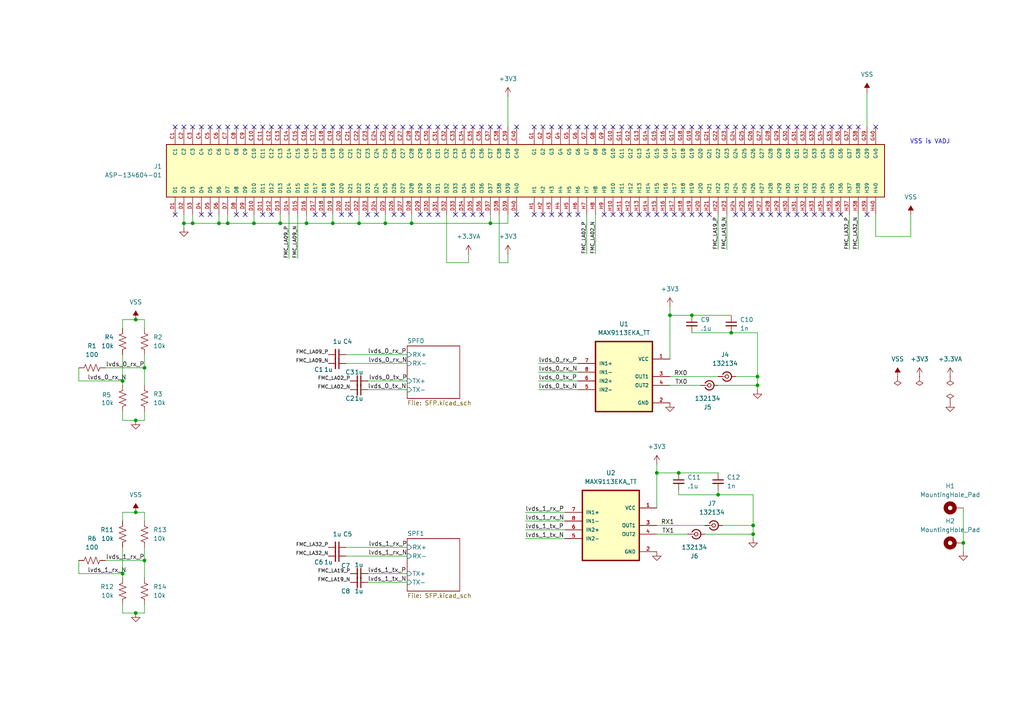
<source format=kicad_sch>
(kicad_sch (version 20231120) (generator "eeschema") (generator_version "8.0")
  (paper "A4")
  (lib_symbols
    (symbol "Connector:Conn_Coaxial_Small" (pin_numbers hide) (pin_names (offset 1.016) hide)
      (property "Reference" "J" (at 0.254 3.048 0))
      (property "Value" "Conn_Coaxial_Small" (at 0 -3.81 0))
      (symbol "Conn_Coaxial_Small_0_1"
        (polyline (pts (xy -2.54 0) (xy -0.508 0)))
        (circle (center 0 0) (radius 0.508) (stroke (width 0.2032)))
      )
      (symbol "Conn_Coaxial_Small_1_1"
        (arc (start -1.1916 -0.6311) (mid 0.327 -1.3081) (end 1.3484 0.0039) (stroke (width 0.3048)))
        (arc (start 1.3484 -0.0039) (mid 0.327 1.3081) (end -1.1916 0.6311) (stroke (width 0.3048)))
        (pin passive line (at -2.54 0 0) (length 1.27) (name "In") (number "1"))
        (pin passive line (at 2.54 0 180) (length 1.27) (name "Ext") (number "2"))
      )
    )
    (symbol "Device:C_Small" (pin_numbers hide) (pin_names (offset 0.254) hide)
      (property "Reference" "C" (at 0.254 1.778 0))
      (property "Value" "C_Small" (at 0.254 -2.032 0))
      (symbol "C_Small_0_1"
        (polyline (pts (xy -1.524 -0.508) (xy 1.524 -0.508)) (stroke (width 0.3302)))
        (polyline (pts (xy -1.524 0.508) (xy 1.524 0.508)) (stroke (width 0.3048)))
      )
      (symbol "C_Small_1_1"
        (pin passive line (at 0 2.54 270) (length 2.032) (name "~") (number "1"))
        (pin passive line (at 0 -2.54 90) (length 2.032) (name "~") (number "2"))
      )
    )
    (symbol "Device:R_US" (pin_numbers hide) (pin_names (offset 0))
      (property "Reference" "R" (at 2.54 0 90))
      (property "Value" "R_US" (at -2.54 0 90))
      (symbol "R_US_0_1"
        (polyline (pts (xy 0 -2.286) (xy 0 -2.54)))
        (polyline (pts (xy 0 2.286) (xy 0 2.54)))
        (polyline (pts (xy 0 -0.762) (xy 1.016 -1.143) (xy 0 -1.524) (xy -1.016 -1.905) (xy 0 -2.286)))
        (polyline (pts (xy 0 0.762) (xy 1.016 0.381) (xy 0 0) (xy -1.016 -0.381) (xy 0 -0.762)))
        (polyline (pts (xy 0 2.286) (xy 1.016 1.905) (xy 0 1.524) (xy -1.016 1.143) (xy 0 0.762)))
      )
      (symbol "R_US_1_1"
        (pin passive line (at 0 3.81 270) (length 1.27) (name "~") (number "1"))
        (pin passive line (at 0 -3.81 90) (length 1.27) (name "~") (number "2"))
      )
    )
    (symbol "Mechanical:MountingHole_Pad" (pin_numbers hide) (pin_names (offset 1.016) hide) (exclude_from_sim yes) (in_bom no)
      (property "Reference" "H" (at 0 6.35 0))
      (property "Value" "MountingHole_Pad" (at 0 4.445 0))
      (symbol "MountingHole_Pad_0_1"
        (circle (center 0 1.27) (radius 1.27) (stroke (width 1.27)))
      )
      (symbol "MountingHole_Pad_1_1"
        (pin input line (at 0 -2.54 90) (length 2.54) (name "1") (number "1"))
      )
    )
    (symbol "power:+3.3VA" (power) (pin_numbers hide) (pin_names (offset 0) hide)
      (property "Value" "+3.3VA" (at 0 3.556 0))
      (symbol "+3.3VA_0_1"
        (polyline (pts (xy -0.762 1.27) (xy 0 2.54)))
        (polyline (pts (xy 0 0) (xy 0 2.54)))
        (polyline (pts (xy 0 2.54) (xy 0.762 1.27)))
      )
      (symbol "+3.3VA_1_1"
        (pin power_in line (at 0 0 90) (length 0) (name "~") (number "1"))
      )
    )
    (symbol "power:+3V3" (power) (pin_numbers hide) (pin_names (offset 0) hide)
      (property "Value" "+3V3" (at 0 3.556 0))
      (symbol "+3V3_0_1"
        (polyline (pts (xy -0.762 1.27) (xy 0 2.54)))
        (polyline (pts (xy 0 0) (xy 0 2.54)))
        (polyline (pts (xy 0 2.54) (xy 0.762 1.27)))
      )
      (symbol "+3V3_1_1"
        (pin power_in line (at 0 0 90) (length 0) (name "~") (number "1"))
      )
    )
    (symbol "power:GND" (power) (pin_numbers hide) (pin_names (offset 0) hide)
      (property "Value" "GND" (at 0 -3.81 0))
      (symbol "GND_0_1"
        (polyline (pts (xy 0 0) (xy 0 -1.27) (xy 1.27 -1.27) (xy 0 -2.54) (xy -1.27 -1.27) (xy 0 -1.27)))
      )
      (symbol "GND_1_1"
        (pin power_in line (at 0 0 270) (length 0) (name "~") (number "1"))
      )
    )
    (symbol "power:PWR_FLAG" (power) (pin_numbers hide) (pin_names (offset 0) hide)
      (property "Value" "PWR_FLAG" (at 0 3.81 0))
      (symbol "PWR_FLAG_0_0"
        (pin power_out line (at 0 0 90) (length 0) (name "~") (number "1"))
      )
      (symbol "PWR_FLAG_0_1"
        (polyline (pts (xy 0 0) (xy 0 1.27) (xy -1.016 1.905) (xy 0 2.54) (xy 1.016 1.905) (xy 0 1.27)))
      )
    )
    (symbol "power:VSS" (power) (pin_numbers hide) (pin_names (offset 0) hide)
      (property "Value" "VSS" (at 0 3.556 0))
      (symbol "VSS_0_1"
        (polyline (pts (xy 0 0) (xy 0 2.54)))
        (polyline (pts (xy 0.762 1.27) (xy -0.762 1.27) (xy 0 2.54) (xy 0.762 1.27)) (fill (type outline)))
      )
      (symbol "VSS_1_1"
        (pin power_in line (at 0 0 90) (length 0) (name "~") (number "1"))
      )
    )
    (symbol "project:ASP-134604-01" (pin_names (offset 1.016))
      (property "Reference" "J" (at -7.6319 104.939 0))
      (property "Value" "ASP-134604-01" (at -7.6295 -106.813 0))
      (symbol "ASP-134604-01_0_0"
        (rectangle (start -7.62 -104.14) (end 7.62 104.14) (stroke (width 0.254)) (fill (type background)))
        (pin passive line (at 12.7 101.6 180) (length 5.08) (name "C1") (number "C1"))
        (pin passive line (at 12.7 78.74 180) (length 5.08) (name "C10") (number "C10"))
        (pin passive line (at 12.7 76.2 180) (length 5.08) (name "C11") (number "C11"))
        (pin passive line (at 12.7 73.66 180) (length 5.08) (name "C12") (number "C12"))
        (pin passive line (at 12.7 71.12 180) (length 5.08) (name "C13") (number "C13"))
        (pin passive line (at 12.7 68.58 180) (length 5.08) (name "C14") (number "C14"))
        (pin passive line (at 12.7 66.04 180) (length 5.08) (name "C15") (number "C15"))
        (pin passive line (at 12.7 63.5 180) (length 5.08) (name "C16") (number "C16"))
        (pin passive line (at 12.7 60.96 180) (length 5.08) (name "C17") (number "C17"))
        (pin passive line (at 12.7 58.42 180) (length 5.08) (name "C18") (number "C18"))
        (pin passive line (at 12.7 55.88 180) (length 5.08) (name "C19") (number "C19"))
        (pin passive line (at 12.7 99.06 180) (length 5.08) (name "C2") (number "C2"))
        (pin passive line (at 12.7 53.34 180) (length 5.08) (name "C20") (number "C20"))
        (pin passive line (at 12.7 50.8 180) (length 5.08) (name "C21") (number "C21"))
        (pin passive line (at 12.7 48.26 180) (length 5.08) (name "C22") (number "C22"))
        (pin passive line (at 12.7 45.72 180) (length 5.08) (name "C23") (number "C23"))
        (pin passive line (at 12.7 43.18 180) (length 5.08) (name "C24") (number "C24"))
        (pin passive line (at 12.7 40.64 180) (length 5.08) (name "C25") (number "C25"))
        (pin passive line (at 12.7 38.1 180) (length 5.08) (name "C26") (number "C26"))
        (pin passive line (at 12.7 35.56 180) (length 5.08) (name "C27") (number "C27"))
        (pin passive line (at 12.7 33.02 180) (length 5.08) (name "C28") (number "C28"))
        (pin passive line (at 12.7 30.48 180) (length 5.08) (name "C29") (number "C29"))
        (pin passive line (at 12.7 96.52 180) (length 5.08) (name "C3") (number "C3"))
        (pin passive line (at 12.7 27.94 180) (length 5.08) (name "C30") (number "C30"))
        (pin passive line (at 12.7 25.4 180) (length 5.08) (name "C31") (number "C31"))
        (pin passive line (at 12.7 22.86 180) (length 5.08) (name "C32") (number "C32"))
        (pin passive line (at 12.7 20.32 180) (length 5.08) (name "C33") (number "C33"))
        (pin passive line (at 12.7 17.78 180) (length 5.08) (name "C34") (number "C34"))
        (pin passive line (at 12.7 15.24 180) (length 5.08) (name "C35") (number "C35"))
        (pin passive line (at 12.7 12.7 180) (length 5.08) (name "C36") (number "C36"))
        (pin passive line (at 12.7 10.16 180) (length 5.08) (name "C37") (number "C37"))
        (pin passive line (at 12.7 7.62 180) (length 5.08) (name "C38") (number "C38"))
        (pin passive line (at 12.7 5.08 180) (length 5.08) (name "C39") (number "C39"))
        (pin passive line (at 12.7 93.98 180) (length 5.08) (name "C4") (number "C4"))
        (pin passive line (at 12.7 2.54 180) (length 5.08) (name "C40") (number "C40"))
        (pin passive line (at 12.7 91.44 180) (length 5.08) (name "C5") (number "C5"))
        (pin passive line (at 12.7 88.9 180) (length 5.08) (name "C6") (number "C6"))
        (pin passive line (at 12.7 86.36 180) (length 5.08) (name "C7") (number "C7"))
        (pin passive line (at 12.7 83.82 180) (length 5.08) (name "C8") (number "C8"))
        (pin passive line (at 12.7 81.28 180) (length 5.08) (name "C9") (number "C9"))
        (pin passive line (at -12.7 101.6 0) (length 5.08) (name "D1") (number "D1"))
        (pin passive line (at -12.7 78.74 0) (length 5.08) (name "D10") (number "D10"))
        (pin passive line (at -12.7 76.2 0) (length 5.08) (name "D11") (number "D11"))
        (pin passive line (at -12.7 73.66 0) (length 5.08) (name "D12") (number "D12"))
        (pin passive line (at -12.7 71.12 0) (length 5.08) (name "D13") (number "D13"))
        (pin passive line (at -12.7 68.58 0) (length 5.08) (name "D14") (number "D14"))
        (pin passive line (at -12.7 66.04 0) (length 5.08) (name "D15") (number "D15"))
        (pin passive line (at -12.7 63.5 0) (length 5.08) (name "D16") (number "D16"))
        (pin passive line (at -12.7 60.96 0) (length 5.08) (name "D17") (number "D17"))
        (pin passive line (at -12.7 58.42 0) (length 5.08) (name "D18") (number "D18"))
        (pin passive line (at -12.7 55.88 0) (length 5.08) (name "D19") (number "D19"))
        (pin passive line (at -12.7 99.06 0) (length 5.08) (name "D2") (number "D2"))
        (pin passive line (at -12.7 53.34 0) (length 5.08) (name "D20") (number "D20"))
        (pin passive line (at -12.7 50.8 0) (length 5.08) (name "D21") (number "D21"))
        (pin passive line (at -12.7 48.26 0) (length 5.08) (name "D22") (number "D22"))
        (pin passive line (at -12.7 45.72 0) (length 5.08) (name "D23") (number "D23"))
        (pin passive line (at -12.7 43.18 0) (length 5.08) (name "D24") (number "D24"))
        (pin passive line (at -12.7 40.64 0) (length 5.08) (name "D25") (number "D25"))
        (pin passive line (at -12.7 38.1 0) (length 5.08) (name "D26") (number "D26"))
        (pin passive line (at -12.7 35.56 0) (length 5.08) (name "D27") (number "D27"))
        (pin passive line (at -12.7 33.02 0) (length 5.08) (name "D28") (number "D28"))
        (pin passive line (at -12.7 30.48 0) (length 5.08) (name "D29") (number "D29"))
        (pin passive line (at -12.7 96.52 0) (length 5.08) (name "D3") (number "D3"))
        (pin passive line (at -12.7 27.94 0) (length 5.08) (name "D30") (number "D30"))
        (pin passive line (at -12.7 25.4 0) (length 5.08) (name "D31") (number "D31"))
        (pin passive line (at -12.7 22.86 0) (length 5.08) (name "D32") (number "D32"))
        (pin passive line (at -12.7 20.32 0) (length 5.08) (name "D33") (number "D33"))
        (pin passive line (at -12.7 17.78 0) (length 5.08) (name "D34") (number "D34"))
        (pin passive line (at -12.7 15.24 0) (length 5.08) (name "D35") (number "D35"))
        (pin passive line (at -12.7 12.7 0) (length 5.08) (name "D36") (number "D36"))
        (pin passive line (at -12.7 10.16 0) (length 5.08) (name "D37") (number "D37"))
        (pin passive line (at -12.7 7.62 0) (length 5.08) (name "D38") (number "D38"))
        (pin passive line (at -12.7 5.08 0) (length 5.08) (name "D39") (number "D39"))
        (pin passive line (at -12.7 93.98 0) (length 5.08) (name "D4") (number "D4"))
        (pin passive line (at -12.7 2.54 0) (length 5.08) (name "D40") (number "D40"))
        (pin passive line (at -12.7 91.44 0) (length 5.08) (name "D5") (number "D5"))
        (pin passive line (at -12.7 88.9 0) (length 5.08) (name "D6") (number "D6"))
        (pin passive line (at -12.7 86.36 0) (length 5.08) (name "D7") (number "D7"))
        (pin passive line (at -12.7 83.82 0) (length 5.08) (name "D8") (number "D8"))
        (pin passive line (at -12.7 81.28 0) (length 5.08) (name "D9") (number "D9"))
        (pin passive line (at 12.7 -2.54 180) (length 5.08) (name "G1") (number "G1"))
        (pin passive line (at 12.7 -25.4 180) (length 5.08) (name "G10") (number "G10"))
        (pin passive line (at 12.7 -27.94 180) (length 5.08) (name "G11") (number "G11"))
        (pin passive line (at 12.7 -30.48 180) (length 5.08) (name "G12") (number "G12"))
        (pin passive line (at 12.7 -33.02 180) (length 5.08) (name "G13") (number "G13"))
        (pin passive line (at 12.7 -35.56 180) (length 5.08) (name "G14") (number "G14"))
        (pin passive line (at 12.7 -38.1 180) (length 5.08) (name "G15") (number "G15"))
        (pin passive line (at 12.7 -40.64 180) (length 5.08) (name "G16") (number "G16"))
        (pin passive line (at 12.7 -43.18 180) (length 5.08) (name "G17") (number "G17"))
        (pin passive line (at 12.7 -45.72 180) (length 5.08) (name "G18") (number "G18"))
        (pin passive line (at 12.7 -48.26 180) (length 5.08) (name "G19") (number "G19"))
        (pin passive line (at 12.7 -5.08 180) (length 5.08) (name "G2") (number "G2"))
        (pin passive line (at 12.7 -50.8 180) (length 5.08) (name "G20") (number "G20"))
        (pin passive line (at 12.7 -53.34 180) (length 5.08) (name "G21") (number "G21"))
        (pin passive line (at 12.7 -55.88 180) (length 5.08) (name "G22") (number "G22"))
        (pin passive line (at 12.7 -58.42 180) (length 5.08) (name "G23") (number "G23"))
        (pin passive line (at 12.7 -60.96 180) (length 5.08) (name "G24") (number "G24"))
        (pin passive line (at 12.7 -63.5 180) (length 5.08) (name "G25") (number "G25"))
        (pin passive line (at 12.7 -66.04 180) (length 5.08) (name "G26") (number "G26"))
        (pin passive line (at 12.7 -68.58 180) (length 5.08) (name "G27") (number "G27"))
        (pin passive line (at 12.7 -71.12 180) (length 5.08) (name "G28") (number "G28"))
        (pin passive line (at 12.7 -73.66 180) (length 5.08) (name "G29") (number "G29"))
        (pin passive line (at 12.7 -7.62 180) (length 5.08) (name "G3") (number "G3"))
        (pin passive line (at 12.7 -76.2 180) (length 5.08) (name "G30") (number "G30"))
        (pin passive line (at 12.7 -78.74 180) (length 5.08) (name "G31") (number "G31"))
        (pin passive line (at 12.7 -81.28 180) (length 5.08) (name "G32") (number "G32"))
        (pin passive line (at 12.7 -83.82 180) (length 5.08) (name "G33") (number "G33"))
        (pin passive line (at 12.7 -86.36 180) (length 5.08) (name "G34") (number "G34"))
        (pin passive line (at 12.7 -88.9 180) (length 5.08) (name "G35") (number "G35"))
        (pin passive line (at 12.7 -91.44 180) (length 5.08) (name "G36") (number "G36"))
        (pin passive line (at 12.7 -93.98 180) (length 5.08) (name "G37") (number "G37"))
        (pin passive line (at 12.7 -96.52 180) (length 5.08) (name "G38") (number "G38"))
        (pin passive line (at 12.7 -99.06 180) (length 5.08) (name "G39") (number "G39"))
        (pin passive line (at 12.7 -10.16 180) (length 5.08) (name "G4") (number "G4"))
        (pin passive line (at 12.7 -101.6 180) (length 5.08) (name "G40") (number "G40"))
        (pin passive line (at 12.7 -12.7 180) (length 5.08) (name "G5") (number "G5"))
        (pin passive line (at 12.7 -15.24 180) (length 5.08) (name "G6") (number "G6"))
        (pin passive line (at 12.7 -17.78 180) (length 5.08) (name "G7") (number "G7"))
        (pin passive line (at 12.7 -20.32 180) (length 5.08) (name "G8") (number "G8"))
        (pin passive line (at 12.7 -22.86 180) (length 5.08) (name "G9") (number "G9"))
        (pin passive line (at -12.7 -2.54 0) (length 5.08) (name "H1") (number "H1"))
        (pin passive line (at -12.7 -25.4 0) (length 5.08) (name "H10") (number "H10"))
        (pin passive line (at -12.7 -27.94 0) (length 5.08) (name "H11") (number "H11"))
        (pin passive line (at -12.7 -30.48 0) (length 5.08) (name "H12") (number "H12"))
        (pin passive line (at -12.7 -33.02 0) (length 5.08) (name "H13") (number "H13"))
        (pin passive line (at -12.7 -35.56 0) (length 5.08) (name "H14") (number "H14"))
        (pin passive line (at -12.7 -38.1 0) (length 5.08) (name "H15") (number "H15"))
        (pin passive line (at -12.7 -40.64 0) (length 5.08) (name "H16") (number "H16"))
        (pin passive line (at -12.7 -43.18 0) (length 5.08) (name "H17") (number "H17"))
        (pin passive line (at -12.7 -45.72 0) (length 5.08) (name "H18") (number "H18"))
        (pin passive line (at -12.7 -48.26 0) (length 5.08) (name "H19") (number "H19"))
        (pin passive line (at -12.7 -5.08 0) (length 5.08) (name "H2") (number "H2"))
        (pin passive line (at -12.7 -50.8 0) (length 5.08) (name "H20") (number "H20"))
        (pin passive line (at -12.7 -53.34 0) (length 5.08) (name "H21") (number "H21"))
        (pin passive line (at -12.7 -55.88 0) (length 5.08) (name "H22") (number "H22"))
        (pin passive line (at -12.7 -58.42 0) (length 5.08) (name "H23") (number "H23"))
        (pin passive line (at -12.7 -60.96 0) (length 5.08) (name "H24") (number "H24"))
        (pin passive line (at -12.7 -63.5 0) (length 5.08) (name "H25") (number "H25"))
        (pin passive line (at -12.7 -66.04 0) (length 5.08) (name "H26") (number "H26"))
        (pin passive line (at -12.7 -68.58 0) (length 5.08) (name "H27") (number "H27"))
        (pin passive line (at -12.7 -71.12 0) (length 5.08) (name "H28") (number "H28"))
        (pin passive line (at -12.7 -73.66 0) (length 5.08) (name "H29") (number "H29"))
        (pin passive line (at -12.7 -7.62 0) (length 5.08) (name "H3") (number "H3"))
        (pin passive line (at -12.7 -76.2 0) (length 5.08) (name "H30") (number "H30"))
        (pin passive line (at -12.7 -78.74 0) (length 5.08) (name "H31") (number "H31"))
        (pin passive line (at -12.7 -81.28 0) (length 5.08) (name "H32") (number "H32"))
        (pin passive line (at -12.7 -83.82 0) (length 5.08) (name "H33") (number "H33"))
        (pin passive line (at -12.7 -86.36 0) (length 5.08) (name "H34") (number "H34"))
        (pin passive line (at -12.7 -88.9 0) (length 5.08) (name "H35") (number "H35"))
        (pin passive line (at -12.7 -91.44 0) (length 5.08) (name "H36") (number "H36"))
        (pin passive line (at -12.7 -93.98 0) (length 5.08) (name "H37") (number "H37"))
        (pin passive line (at -12.7 -96.52 0) (length 5.08) (name "H38") (number "H38"))
        (pin passive line (at -12.7 -99.06 0) (length 5.08) (name "H39") (number "H39"))
        (pin passive line (at -12.7 -10.16 0) (length 5.08) (name "H4") (number "H4"))
        (pin passive line (at -12.7 -101.6 0) (length 5.08) (name "H40") (number "H40"))
        (pin passive line (at -12.7 -12.7 0) (length 5.08) (name "H5") (number "H5"))
        (pin passive line (at -12.7 -15.24 0) (length 5.08) (name "H6") (number "H6"))
        (pin passive line (at -12.7 -17.78 0) (length 5.08) (name "H7") (number "H7"))
        (pin passive line (at -12.7 -20.32 0) (length 5.08) (name "H8") (number "H8"))
        (pin passive line (at -12.7 -22.86 0) (length 5.08) (name "H9") (number "H9"))
      )
    )
    (symbol "project:MAX9113EKA_TT" (pin_names (offset 1.016))
      (property "Reference" "U" (at -2.794 9.398 0))
      (property "Value" "MAX9113EKA_TT" (at -3.302 -15.494 0))
      (symbol "MAX9113EKA_TT_0_0"
        (rectangle (start -3.81 7.62) (end 12.7 -12.7) (stroke (width 0.41)) (fill (type background)))
        (pin power_in line (at 17.78 2.54 180) (length 5.08) (name "VCC") (number "1"))
        (pin power_in line (at 17.78 -10.16 180) (length 5.08) (name "GND") (number "2"))
        (pin output line (at 17.78 -2.54 180) (length 5.08) (name "OUT1") (number "3"))
        (pin output line (at 17.78 -5.08 180) (length 5.08) (name "OUT2") (number "4"))
        (pin input line (at -8.89 -6.35 0) (length 5.08) (name "IN2-") (number "5"))
        (pin input line (at -8.89 -3.81 0) (length 5.08) (name "IN2+") (number "6"))
        (pin input line (at -8.89 1.27 0) (length 5.08) (name "IN1+") (number "7"))
        (pin input line (at -8.89 -1.27 0) (length 5.08) (name "IN1-") (number "8"))
      )
    )
  )
  (junction (at 104.14 64.77))
  (junction (at 73.66 64.77))
  (junction (at 88.9 64.77))
  (junction (at 41.91 106.68))
  (junction (at 219.71 109.22))
  (junction (at 218.44 154.94))
  (junction (at 96.52 64.77))
  (junction (at 35.56 110.49))
  (junction (at 119.38 64.77))
  (junction (at 279.4 157.48))
  (junction (at 219.71 111.76))
  (junction (at 200.66 91.44))
  (junction (at 55.88 64.77))
  (junction (at 218.44 152.4))
  (junction (at 39.37 92.71))
  (junction (at 35.56 166.37))
  (junction (at 39.37 121.92))
  (junction (at 208.28 143.51))
  (junction (at 194.31 91.44))
  (junction (at 142.24 64.77))
  (junction (at 39.37 148.59))
  (junction (at 196.85 137.16))
  (junction (at 39.37 177.8))
  (junction (at 41.91 162.56))
  (junction (at 190.5 137.16))
  (junction (at 63.5 64.77))
  (junction (at 111.76 64.77))
  (junction (at 66.04 64.77))
  (junction (at 53.34 64.77))
  (junction (at 212.09 96.52))
  (junction (at 81.28 64.77))
  (no_connect (at 195.58 62.23))
  (no_connect (at 208.28 36.83))
  (no_connect (at 68.58 36.83))
  (no_connect (at 177.8 62.23))
  (no_connect (at 137.16 62.23))
  (no_connect (at 81.28 36.83))
  (no_connect (at 132.08 62.23))
  (no_connect (at 134.62 62.23))
  (no_connect (at 167.64 36.83))
  (no_connect (at 111.76 36.83))
  (no_connect (at 71.12 36.83))
  (no_connect (at 205.74 62.23))
  (no_connect (at 106.68 36.83))
  (no_connect (at 129.54 36.83))
  (no_connect (at 177.8 36.83))
  (no_connect (at 213.36 62.23))
  (no_connect (at 167.64 62.23))
  (no_connect (at 231.14 36.83))
  (no_connect (at 132.08 36.83))
  (no_connect (at 60.96 36.83))
  (no_connect (at 170.18 36.83))
  (no_connect (at 116.84 62.23))
  (no_connect (at 157.48 36.83))
  (no_connect (at 236.22 36.83))
  (no_connect (at 200.66 62.23))
  (no_connect (at 233.68 36.83))
  (no_connect (at 160.02 36.83))
  (no_connect (at 215.9 36.83))
  (no_connect (at 88.9 36.83))
  (no_connect (at 50.8 36.83))
  (no_connect (at 182.88 62.23))
  (no_connect (at 116.84 36.83))
  (no_connect (at 220.98 62.23))
  (no_connect (at 182.88 36.83))
  (no_connect (at 251.46 62.23))
  (no_connect (at 190.5 36.83))
  (no_connect (at 127 36.83))
  (no_connect (at 175.26 62.23))
  (no_connect (at 185.42 36.83))
  (no_connect (at 109.22 36.83))
  (no_connect (at 254 36.83))
  (no_connect (at 53.34 36.83))
  (no_connect (at 218.44 36.83))
  (no_connect (at 93.98 36.83))
  (no_connect (at 226.06 62.23))
  (no_connect (at 190.5 62.23))
  (no_connect (at 193.04 36.83))
  (no_connect (at 228.6 36.83))
  (no_connect (at 172.72 36.83))
  (no_connect (at 233.68 62.23))
  (no_connect (at 160.02 62.23))
  (no_connect (at 114.3 62.23))
  (no_connect (at 236.22 62.23))
  (no_connect (at 175.26 36.83))
  (no_connect (at 165.1 62.23))
  (no_connect (at 195.58 36.83))
  (no_connect (at 101.6 36.83))
  (no_connect (at 238.76 36.83))
  (no_connect (at 142.24 36.83))
  (no_connect (at 198.12 62.23))
  (no_connect (at 76.2 36.83))
  (no_connect (at 93.98 62.23))
  (no_connect (at 180.34 62.23))
  (no_connect (at 149.86 62.23))
  (no_connect (at 154.94 36.83))
  (no_connect (at 134.62 36.83))
  (no_connect (at 76.2 62.23))
  (no_connect (at 198.12 36.83))
  (no_connect (at 106.68 62.23))
  (no_connect (at 121.92 36.83))
  (no_connect (at 241.3 36.83))
  (no_connect (at 200.66 36.83))
  (no_connect (at 91.44 36.83))
  (no_connect (at 226.06 36.83))
  (no_connect (at 99.06 36.83))
  (no_connect (at 63.5 36.83))
  (no_connect (at 91.44 62.23))
  (no_connect (at 248.92 36.83))
  (no_connect (at 78.74 62.23))
  (no_connect (at 124.46 62.23))
  (no_connect (at 58.42 36.83))
  (no_connect (at 99.06 62.23))
  (no_connect (at 50.8 62.23))
  (no_connect (at 121.92 62.23))
  (no_connect (at 114.3 36.83))
  (no_connect (at 241.3 62.23))
  (no_connect (at 238.76 62.23))
  (no_connect (at 58.42 62.23))
  (no_connect (at 223.52 62.23))
  (no_connect (at 137.16 36.83))
  (no_connect (at 119.38 36.83))
  (no_connect (at 165.1 36.83))
  (no_connect (at 104.14 36.83))
  (no_connect (at 162.56 62.23))
  (no_connect (at 187.96 36.83))
  (no_connect (at 60.96 62.23))
  (no_connect (at 109.22 62.23))
  (no_connect (at 231.14 62.23))
  (no_connect (at 205.74 36.83))
  (no_connect (at 218.44 62.23))
  (no_connect (at 66.04 36.83))
  (no_connect (at 246.38 36.83))
  (no_connect (at 243.84 62.23))
  (no_connect (at 124.46 36.83))
  (no_connect (at 157.48 62.23))
  (no_connect (at 149.86 36.83))
  (no_connect (at 78.74 36.83))
  (no_connect (at 101.6 62.23))
  (no_connect (at 223.52 36.83))
  (no_connect (at 83.82 36.83))
  (no_connect (at 144.78 36.83))
  (no_connect (at 243.84 36.83))
  (no_connect (at 228.6 62.23))
  (no_connect (at 220.98 36.83))
  (no_connect (at 139.7 62.23))
  (no_connect (at 96.52 36.83))
  (no_connect (at 185.42 62.23))
  (no_connect (at 180.34 36.83))
  (no_connect (at 154.94 62.23))
  (no_connect (at 86.36 36.83))
  (no_connect (at 68.58 62.23))
  (no_connect (at 55.88 36.83))
  (no_connect (at 215.9 62.23))
  (no_connect (at 203.2 36.83))
  (no_connect (at 73.66 36.83))
  (no_connect (at 187.96 62.23))
  (no_connect (at 127 62.23))
  (no_connect (at 71.12 62.23))
  (no_connect (at 162.56 36.83))
  (no_connect (at 193.04 62.23))
  (no_connect (at 213.36 36.83))
  (no_connect (at 139.7 36.83))
  (no_connect (at 210.82 36.83))
  (no_connect (at 203.2 62.23))
  (wire (pts (xy 190.5 137.16) (xy 196.85 137.16)))
  (wire (pts (xy 100.33 102.87) (xy 118.11 102.87)))
  (wire (pts (xy 196.85 143.51) (xy 208.28 143.51)))
  (wire (pts (xy 86.36 74.93) (xy 86.36 62.23)))
  (wire (pts (xy 204.47 154.94) (xy 218.44 154.94)))
  (wire (pts (xy 22.86 162.56) (xy 22.86 166.37)))
  (wire (pts (xy 152.4 153.67) (xy 163.83 153.67)))
  (wire (pts (xy 30.48 106.68) (xy 41.91 106.68)))
  (wire (pts (xy 190.5 152.4) (xy 204.47 152.4)))
  (wire (pts (xy 41.91 148.59) (xy 39.37 148.59)))
  (wire (pts (xy 106.68 166.37) (xy 118.11 166.37)))
  (wire (pts (xy 35.56 158.75) (xy 35.56 166.37)))
  (wire (pts (xy 41.91 167.64) (xy 41.91 162.56)))
  (wire (pts (xy 35.56 151.13) (xy 35.56 148.59)))
  (wire (pts (xy 41.91 111.76) (xy 41.91 106.68)))
  (wire (pts (xy 35.56 119.38) (xy 35.56 121.92)))
  (wire (pts (xy 190.5 137.16) (xy 190.5 147.32)))
  (wire (pts (xy 156.21 113.03) (xy 167.64 113.03)))
  (wire (pts (xy 152.4 151.13) (xy 163.83 151.13)))
  (wire (pts (xy 83.82 74.93) (xy 83.82 62.23)))
  (wire (pts (xy 129.54 76.2) (xy 135.89 76.2)))
  (wire (pts (xy 66.04 64.77) (xy 73.66 64.77)))
  (wire (pts (xy 210.82 72.39) (xy 210.82 62.23)))
  (wire (pts (xy 135.89 73.66) (xy 135.89 76.2)))
  (wire (pts (xy 190.5 134.62) (xy 190.5 137.16)))
  (wire (pts (xy 55.88 62.23) (xy 55.88 64.77)))
  (wire (pts (xy 142.24 64.77) (xy 147.32 64.77)))
  (wire (pts (xy 152.4 156.21) (xy 163.83 156.21)))
  (wire (pts (xy 194.31 111.76) (xy 203.2 111.76)))
  (wire (pts (xy 41.91 92.71) (xy 39.37 92.71)))
  (wire (pts (xy 142.24 62.23) (xy 142.24 64.77)))
  (wire (pts (xy 172.72 73.66) (xy 172.72 62.23)))
  (wire (pts (xy 35.56 177.8) (xy 39.37 177.8)))
  (wire (pts (xy 254 62.23) (xy 254 68.58)))
  (wire (pts (xy 208.28 143.51) (xy 218.44 143.51)))
  (wire (pts (xy 104.14 62.23) (xy 104.14 64.77)))
  (wire (pts (xy 246.38 72.39) (xy 246.38 62.23)))
  (wire (pts (xy 35.56 121.92) (xy 39.37 121.92)))
  (wire (pts (xy 41.91 151.13) (xy 41.91 148.59)))
  (wire (pts (xy 194.31 88.9) (xy 194.31 91.44)))
  (wire (pts (xy 66.04 62.23) (xy 66.04 64.77)))
  (wire (pts (xy 279.4 160.02) (xy 279.4 157.48)))
  (wire (pts (xy 248.92 72.39) (xy 248.92 62.23)))
  (wire (pts (xy 96.52 64.77) (xy 104.14 64.77)))
  (wire (pts (xy 200.66 96.52) (xy 212.09 96.52)))
  (wire (pts (xy 190.5 154.94) (xy 199.39 154.94)))
  (wire (pts (xy 194.31 91.44) (xy 200.66 91.44)))
  (wire (pts (xy 254 68.58) (xy 264.16 68.58)))
  (wire (pts (xy 41.91 119.38) (xy 41.91 121.92)))
  (wire (pts (xy 81.28 64.77) (xy 88.9 64.77)))
  (wire (pts (xy 73.66 62.23) (xy 73.66 64.77)))
  (wire (pts (xy 118.11 110.49) (xy 106.68 110.49)))
  (wire (pts (xy 35.56 92.71) (xy 39.37 92.71)))
  (wire (pts (xy 156.21 110.49) (xy 167.64 110.49)))
  (wire (pts (xy 106.68 168.91) (xy 118.11 168.91)))
  (wire (pts (xy 53.34 64.77) (xy 55.88 64.77)))
  (wire (pts (xy 129.54 62.23) (xy 129.54 76.2)))
  (wire (pts (xy 208.28 111.76) (xy 219.71 111.76)))
  (wire (pts (xy 279.4 147.32) (xy 279.4 157.48)))
  (wire (pts (xy 41.91 158.75) (xy 41.91 162.56)))
  (wire (pts (xy 35.56 95.25) (xy 35.56 92.71)))
  (wire (pts (xy 30.48 162.56) (xy 41.91 162.56)))
  (wire (pts (xy 63.5 62.23) (xy 63.5 64.77)))
  (wire (pts (xy 196.85 137.16) (xy 208.28 137.16)))
  (wire (pts (xy 194.31 91.44) (xy 194.31 104.14)))
  (wire (pts (xy 213.36 109.22) (xy 219.71 109.22)))
  (wire (pts (xy 96.52 62.23) (xy 96.52 64.77)))
  (wire (pts (xy 22.86 166.37) (xy 35.56 166.37)))
  (wire (pts (xy 63.5 64.77) (xy 66.04 64.77)))
  (wire (pts (xy 218.44 152.4) (xy 218.44 154.94)))
  (wire (pts (xy 208.28 72.39) (xy 208.28 62.23)))
  (wire (pts (xy 147.32 62.23) (xy 147.32 64.77)))
  (wire (pts (xy 251.46 26.67) (xy 251.46 36.83)))
  (wire (pts (xy 35.56 110.49) (xy 35.56 111.76)))
  (wire (pts (xy 41.91 121.92) (xy 39.37 121.92)))
  (wire (pts (xy 81.28 62.23) (xy 81.28 64.77)))
  (wire (pts (xy 118.11 161.29) (xy 100.33 161.29)))
  (wire (pts (xy 100.33 105.41) (xy 118.11 105.41)))
  (wire (pts (xy 88.9 62.23) (xy 88.9 64.77)))
  (wire (pts (xy 147.32 27.94) (xy 147.32 36.83)))
  (wire (pts (xy 208.28 143.51) (xy 208.28 142.24)))
  (wire (pts (xy 41.91 95.25) (xy 41.91 92.71)))
  (wire (pts (xy 111.76 64.77) (xy 119.38 64.77)))
  (wire (pts (xy 219.71 96.52) (xy 219.71 109.22)))
  (wire (pts (xy 53.34 64.77) (xy 53.34 62.23)))
  (wire (pts (xy 219.71 111.76) (xy 219.71 113.03)))
  (wire (pts (xy 200.66 91.44) (xy 212.09 91.44)))
  (wire (pts (xy 53.34 66.04) (xy 53.34 64.77)))
  (wire (pts (xy 22.86 110.49) (xy 35.56 110.49)))
  (wire (pts (xy 156.21 107.95) (xy 167.64 107.95)))
  (wire (pts (xy 35.56 175.26) (xy 35.56 177.8)))
  (wire (pts (xy 144.78 62.23) (xy 144.78 76.2)))
  (wire (pts (xy 35.56 148.59) (xy 39.37 148.59)))
  (wire (pts (xy 35.56 102.87) (xy 35.56 110.49)))
  (wire (pts (xy 88.9 64.77) (xy 96.52 64.77)))
  (wire (pts (xy 219.71 109.22) (xy 219.71 111.76)))
  (wire (pts (xy 41.91 102.87) (xy 41.91 106.68)))
  (wire (pts (xy 212.09 96.52) (xy 219.71 96.52)))
  (wire (pts (xy 106.68 113.03) (xy 118.11 113.03)))
  (wire (pts (xy 264.16 68.58) (xy 264.16 62.23)))
  (wire (pts (xy 35.56 166.37) (xy 35.56 167.64)))
  (wire (pts (xy 170.18 73.66) (xy 170.18 62.23)))
  (wire (pts (xy 111.76 62.23) (xy 111.76 64.77)))
  (wire (pts (xy 73.66 64.77) (xy 81.28 64.77)))
  (wire (pts (xy 55.88 64.77) (xy 63.5 64.77)))
  (wire (pts (xy 118.11 158.75) (xy 100.33 158.75)))
  (wire (pts (xy 104.14 64.77) (xy 111.76 64.77)))
  (wire (pts (xy 41.91 175.26) (xy 41.91 177.8)))
  (wire (pts (xy 147.32 76.2) (xy 147.32 73.66)))
  (wire (pts (xy 209.55 152.4) (xy 218.44 152.4)))
  (wire (pts (xy 156.21 105.41) (xy 167.64 105.41)))
  (wire (pts (xy 22.86 106.68) (xy 22.86 110.49)))
  (wire (pts (xy 41.91 177.8) (xy 39.37 177.8)))
  (wire (pts (xy 144.78 76.2) (xy 147.32 76.2)))
  (wire (pts (xy 218.44 156.21) (xy 218.44 154.94)))
  (wire (pts (xy 218.44 143.51) (xy 218.44 152.4)))
  (wire (pts (xy 196.85 143.51) (xy 196.85 142.24)))
  (wire (pts (xy 119.38 62.23) (xy 119.38 64.77)))
  (wire (pts (xy 119.38 64.77) (xy 142.24 64.77)))
  (wire (pts (xy 194.31 109.22) (xy 208.28 109.22)))
  (wire (pts (xy 152.4 148.59) (xy 163.83 148.59)))
  (text "VSS is VADJ" (at 269.748 41.148 0) (effects (font (size 1.27 1.27))))
  (label "lvds_1_tx_N" (at 152.4 156.21 0))
  (label "lvds_1_tx_N" (at 106.68 168.91 0))
  (label "FMC_LA19_P" (at 208.28 72.39 90) (effects (font (size 1.016 1.016))))
  (label "lvds_1_rx_N" (at 118.11 161.29 180))
  (label "lvds_1_tx_P" (at 106.68 166.37 0))
  (label "lvds_0_rx_P" (at 106.68 102.87 0))
  (label "TX1" (at 195.58 154.94 180))
  (label "FMC_LA09_N" (at 95.25 105.41 180) (effects (font (size 1.016 1.016))))
  (label "FMC_LA32_N" (at 248.92 72.39 90) (effects (font (size 1.016 1.016))))
  (label "lvds_1_tx_P" (at 152.4 153.67 0))
  (label "lvds_1_rx_P" (at 41.91 162.56 180))
  (label "lvds_0_tx_P" (at 156.21 110.49 0))
  (label "lvds_0_rx_N" (at 118.11 105.41 180))
  (label "FMC_LA19_N" (at 101.6 168.91 180) (effects (font (size 1.016 1.016))))
  (label "FMC_LA02_N" (at 172.72 73.66 90) (effects (font (size 1.016 1.016))))
  (label "FMC_LA09_P" (at 83.82 74.93 90) (effects (font (size 1.016 1.016))))
  (label "lvds_0_tx_N" (at 106.68 113.03 0))
  (label "lvds_1_rx_N" (at 25.4 166.37 0))
  (label "lvds_1_rx_P" (at 152.4 148.59 0))
  (label "FMC_LA02_P" (at 170.18 73.66 90) (effects (font (size 1.016 1.016))))
  (label "FMC_LA32_P" (at 95.25 158.75 180) (effects (font (size 1.016 1.016))))
  (label "lvds_0_rx_N" (at 156.21 107.95 0))
  (label "lvds_1_rx_N" (at 152.4 151.13 0))
  (label "FMC_LA02_N" (at 101.6 113.03 180) (effects (font (size 1.016 1.016))))
  (label "FMC_LA32_N" (at 95.25 161.29 180) (effects (font (size 1.016 1.016))))
  (label "FMC_LA19_P" (at 101.6 166.37 180) (effects (font (size 1.016 1.016))))
  (label "lvds_1_rx_P" (at 118.11 158.75 180))
  (label "RX1" (at 195.58 152.4 180))
  (label "RX0" (at 199.39 109.22 180))
  (label "FMC_LA19_N" (at 210.82 72.39 90) (effects (font (size 1.016 1.016))))
  (label "lvds_0_tx_P" (at 118.11 110.49 180))
  (label "FMC_LA02_P" (at 101.6 110.49 180) (effects (font (size 1.016 1.016))))
  (label "lvds_0_rx_N" (at 25.4 110.49 0))
  (label "FMC_LA09_N" (at 86.36 74.93 90) (effects (font (size 1.016 1.016))))
  (label "TX0" (at 199.39 111.76 180))
  (label "lvds_0_tx_N" (at 156.21 113.03 0))
  (label "lvds_0_rx_P" (at 156.21 105.41 0))
  (label "lvds_0_rx_P" (at 41.91 106.68 180))
  (label "FMC_LA32_P" (at 246.38 72.39 90) (effects (font (size 1.016 1.016))))
  (label "FMC_LA09_P" (at 95.25 102.87 180) (effects (font (size 1.016 1.016))))
  (symbol (lib_id "Connector:Conn_Coaxial_Small") (at 205.74 111.76 0) (mirror x) (unit 1)
    (property "Reference" "J5" (at 205.2204 118.11 0))
    (property "Value" "132134" (at 205.2204 115.57 0))
    (property "Footprint" "Connector_Coaxial:SMA_Amphenol_132134_Vertical" (effects (hide yes)))
    (property "Datasheet" " ~" (effects (hide yes)))
    (property "Description" "small coaxial connector (BNC, SMA, SMB, SMC, Cinch/RCA, LEMO, ...)" (effects (hide yes)))
    (property "MANUFACTURER" "Amphenol RF" (effects (hide yes)))
    (property "MPN" "132134" (effects (hide yes)))
  )
  (symbol (lib_id "Device:R_US") (at 41.91 171.45 0) (unit 1)
    (property "Reference" "R14" (at 44.45 170.1799 0) (effects (justify left)))
    (property "Value" "10k" (at 44.45 172.7199 0) (effects (justify left)))
    (property "Footprint" "Resistor_SMD:R_0603_1608Metric" (effects (hide yes)))
    (property "Description" "Resistor, US symbol" (effects (hide yes)))
    (property "Comment" "Substitute any 1%" (effects (hide yes)))
    (property "MANUFACTURER" "Bourns Inc." (effects (hide yes)))
    (property "MPN" "CR0603-FX-1002ELF" (effects (hide yes)))
  )
  (symbol (lib_id "Device:C_Small") (at 104.14 110.49 270) (unit 1)
    (property "Reference" "C3" (at 102.8635 107.95 90) (effects (justify right)))
    (property "Value" "1u" (at 105.4035 107.95 90) (effects (justify right)))
    (property "Footprint" "Capacitor_SMD:C_0603_1608Metric" (effects (hide yes)))
    (property "Description" "Unpolarized capacitor, small symbol" (effects (hide yes)))
    (property "MANUFACTURER" "TDK Corporation" (effects (hide yes)))
    (property "MPN" "  C1608X7R1C105K080DC" (effects (hide yes)))
  )
  (symbol (lib_id "Device:C_Small") (at 196.85 139.7 0) (unit 1)
    (property "Reference" "C11" (at 199.39 138.4362 0) (effects (justify left)))
    (property "Value" ".1u" (at 199.39 140.9762 0) (effects (justify left)))
    (property "Footprint" "Capacitor_SMD:C_0603_1608Metric" (effects (hide yes)))
    (property "Description" "Unpolarized capacitor, small symbol" (effects (hide yes)))
    (property "MANUFACTURER" "Aillen" (effects (hide yes)))
    (property "MPN" "0603B104K500XD" (effects (hide yes)))
  )
  (symbol (lib_id "Connector:Conn_Coaxial_Small") (at 201.93 154.94 0) (mirror x) (unit 1)
    (property "Reference" "J6" (at 201.4104 161.29 0))
    (property "Value" "132134" (at 201.4104 158.75 0))
    (property "Footprint" "Connector_Coaxial:SMA_Amphenol_132134_Vertical" (effects (hide yes)))
    (property "Datasheet" " ~" (effects (hide yes)))
    (property "Description" "small coaxial connector (BNC, SMA, SMB, SMC, Cinch/RCA, LEMO, ...)" (effects (hide yes)))
    (property "MANUFACTURER" "Amphenol RF" (effects (hide yes)))
    (property "MPN" "132134" (effects (hide yes)))
  )
  (symbol (lib_id "power:GND") (at 218.44 156.21 0) (unit 1)
    (property "Reference" "#PWR025" (effects (hide yes)))
    (property "Value" "GND" (effects (hide yes)))
    (property "Description" "Power symbol creates a global label with name \"GND\" , ground" (effects (hide yes)))
  )
  (symbol (lib_id "Device:C_Small") (at 97.79 102.87 270) (mirror x) (unit 1)
    (property "Reference" "C4" (at 100.838 99.06 90))
    (property "Value" "1u" (at 97.7837 99.06 90))
    (property "Footprint" "Capacitor_SMD:C_0603_1608Metric" (effects (hide yes)))
    (property "Description" "Unpolarized capacitor, small symbol" (effects (hide yes)))
    (property "MANUFACTURER" "TDK Corporation" (effects (hide yes)))
    (property "MPN" "  C1608X7R1C105K080DC" (effects (hide yes)))
  )
  (symbol (lib_id "Mechanical:MountingHole_Pad") (at 276.86 147.32 90) (unit 1) (exclude_from_sim yes) (in_bom no)
    (property "Reference" "H1" (at 275.59 140.97 90))
    (property "Value" "MountingHole_Pad" (at 275.59 143.51 90))
    (property "Footprint" "MountingHole:MountingHole_2.7mm_M2.5_ISO14580_Pad" (effects (hide yes)))
    (property "Description" "Mounting Hole with connection" (effects (hide yes)))
  )
  (symbol (lib_id "power:GND") (at 279.4 160.02 0) (unit 1)
    (property "Reference" "#PWR03" (effects (hide yes)))
    (property "Value" "GND" (effects (hide yes)))
    (property "Description" "Power symbol creates a global label with name \"GND\" , ground" (effects (hide yes)))
  )
  (symbol (lib_id "power:VSS") (at 264.16 62.23 0) (unit 1)
    (property "Reference" "#PWR02" (effects (hide yes)))
    (property "Value" "VSS" (at 264.16 57.15 0))
    (property "Description" "Power symbol creates a global label with name \"VSS\"" (effects (hide yes)))
  )
  (symbol (lib_id "Mechanical:MountingHole_Pad") (at 276.86 157.48 90) (unit 1) (exclude_from_sim yes) (in_bom no)
    (property "Reference" "H2" (at 275.59 151.13 90))
    (property "Value" "MountingHole_Pad" (at 275.59 153.67 90))
    (property "Footprint" "MountingHole:MountingHole_2.7mm_M2.5_ISO14580_Pad" (effects (hide yes)))
    (property "Description" "Mounting Hole with connection" (effects (hide yes)))
  )
  (symbol (lib_id "Device:C_Small") (at 104.14 168.91 270) (mirror x) (unit 1)
    (property "Reference" "C8" (at 101.6 171.45 90) (effects (justify right)))
    (property "Value" "1u" (at 105.4035 171.45 90) (effects (justify right)))
    (property "Footprint" "Capacitor_SMD:C_0603_1608Metric" (effects (hide yes)))
    (property "Description" "Unpolarized capacitor, small symbol" (effects (hide yes)))
    (property "MANUFACTURER" "TDK Corporation" (effects (hide yes)))
    (property "MPN" "  C1608X7R1C105K080DC" (effects (hide yes)))
  )
  (symbol (lib_id "Device:C_Small") (at 97.79 158.75 270) (mirror x) (unit 1)
    (property "Reference" "C5" (at 100.838 154.94 90))
    (property "Value" "1u" (at 97.7837 154.94 90))
    (property "Footprint" "Capacitor_SMD:C_0603_1608Metric" (effects (hide yes)))
    (property "Description" "Unpolarized capacitor, small symbol" (effects (hide yes)))
    (property "MANUFACTURER" "TDK Corporation" (effects (hide yes)))
    (property "MPN" "  C1608X7R1C105K080DC" (effects (hide yes)))
  )
  (symbol (lib_id "power:GND") (at 194.31 116.84 0) (unit 1)
    (property "Reference" "#PWR023" (effects (hide yes)))
    (property "Value" "GND" (effects (hide yes)))
    (property "Description" "Power symbol creates a global label with name \"GND\" , ground" (effects (hide yes)))
  )
  (symbol (lib_id "Connector:Conn_Coaxial_Small") (at 207.01 152.4 0) (unit 1)
    (property "Reference" "J7" (at 206.4904 146.05 0))
    (property "Value" "132134" (at 206.4904 148.59 0))
    (property "Footprint" "Connector_Coaxial:SMA_Amphenol_132134_Vertical" (effects (hide yes)))
    (property "Datasheet" " ~" (effects (hide yes)))
    (property "Description" "small coaxial connector (BNC, SMA, SMB, SMC, Cinch/RCA, LEMO, ...)" (effects (hide yes)))
    (property "MANUFACTURER" "Amphenol RF" (effects (hide yes)))
    (property "MPN" "132134" (effects (hide yes)))
  )
  (symbol (lib_id "Device:R_US") (at 35.56 99.06 0) (mirror y) (unit 1)
    (property "Reference" "R4" (at 33.02 97.7899 0) (effects (justify left)))
    (property "Value" "10k" (at 33.02 100.3299 0) (effects (justify left)))
    (property "Footprint" "Resistor_SMD:R_0603_1608Metric" (effects (hide yes)))
    (property "Description" "Resistor, US symbol" (effects (hide yes)))
    (property "Comment" "Substitute any 1%" (effects (hide yes)))
    (property "MANUFACTURER" "Bourns Inc." (effects (hide yes)))
    (property "MPN" "CR0603-FX-1002ELF" (effects (hide yes)))
  )
  (symbol (lib_id "power:PWR_FLAG") (at 260.35 109.22 180) (unit 1)
    (property "Reference" "#FLG02" (effects (hide yes)))
    (property "Value" "PWR_FLAG" (effects (hide yes)))
    (property "Description" "Special symbol for telling ERC where power comes from" (effects (hide yes)))
  )
  (symbol (lib_id "Device:C_Small") (at 97.79 161.29 270) (unit 1)
    (property "Reference" "C6" (at 92.456 163.068 90))
    (property "Value" "1u" (at 95.25 163.068 90))
    (property "Footprint" "Capacitor_SMD:C_0603_1608Metric" (effects (hide yes)))
    (property "Description" "Unpolarized capacitor, small symbol" (effects (hide yes)))
    (property "MANUFACTURER" "TDK Corporation" (effects (hide yes)))
    (property "MPN" "  C1608X7R1C105K080DC" (effects (hide yes)))
  )
  (symbol (lib_id "project:ASP-134604-01") (at 152.4 49.53 90) (unit 1)
    (property "Reference" "J1" (at 46.99 48.2599 90) (effects (justify left)))
    (property "Value" "ASP-134604-01" (at 46.99 50.7999 90) (effects (justify left)))
    (property "Footprint" "ASP_134604_01:SAMTEC_ASP-134604-01" (effects (hide yes)))
    (property "PARTREV" "S" (effects (hide yes)))
    (property "STANDARD" "Manufacturer recommendations" (effects (hide yes)))
    (property "MANUFACTURER" "SAMTEC" (effects (hide yes)))
    (property "MPN" "ASP-134604-01" (effects (hide yes)))
  )
  (symbol (lib_id "power:GND") (at 275.59 116.84 0) (unit 1)
    (property "Reference" "#PWR05" (effects (hide yes)))
    (property "Value" "GND" (effects (hide yes)))
    (property "Description" "Power symbol creates a global label with name \"GND\" , ground" (effects (hide yes)))
  )
  (symbol (lib_id "power:PWR_FLAG") (at 275.59 109.22 180) (unit 1)
    (property "Reference" "#FLG04" (effects (hide yes)))
    (property "Value" "PWR_FLAG" (effects (hide yes)))
    (property "Description" "Special symbol for telling ERC where power comes from" (effects (hide yes)))
  )
  (symbol (lib_id "power:VSS") (at 251.46 26.67 0) (unit 1)
    (property "Reference" "#PWR06" (effects (hide yes)))
    (property "Value" "VSS" (at 251.46 21.59 0))
    (property "Description" "Power symbol creates a global label with name \"VSS\"" (effects (hide yes)))
  )
  (symbol (lib_id "power:VSS") (at 39.37 148.59 0) (unit 1)
    (property "Reference" "#PWR04" (effects (hide yes)))
    (property "Value" "VSS" (at 39.37 143.51 0))
    (property "Description" "Power symbol creates a global label with name \"VSS\"" (effects (hide yes)))
  )
  (symbol (lib_id "Device:R_US") (at 41.91 115.57 0) (unit 1)
    (property "Reference" "R3" (at 44.45 114.2999 0) (effects (justify left)))
    (property "Value" "10k" (at 44.45 116.8399 0) (effects (justify left)))
    (property "Footprint" "Resistor_SMD:R_0603_1608Metric" (effects (hide yes)))
    (property "Description" "Resistor, US symbol" (effects (hide yes)))
    (property "Comment" "Substitute any 1%" (effects (hide yes)))
    (property "MANUFACTURER" "Bourns Inc." (effects (hide yes)))
    (property "MPN" "CR0603-FX-1002ELF" (effects (hide yes)))
  )
  (symbol (lib_id "Device:R_US") (at 26.67 106.68 90) (unit 1)
    (property "Reference" "R1" (at 26.67 100.33 90))
    (property "Value" "100" (at 26.67 102.87 90))
    (property "Footprint" "Resistor_SMD:R_0603_1608Metric" (effects (hide yes)))
    (property "Description" "Resistor, US symbol" (effects (hide yes)))
    (property "Comment" "Substitute any 1%" (effects (hide yes)))
    (property "MANUFACTURER" "YAGEO" (effects (hide yes)))
    (property "MPN" "  RC0402FR-07100KL" (effects (hide yes)))
  )
  (symbol (lib_id "Device:C_Small") (at 212.09 93.98 0) (unit 1)
    (property "Reference" "C10" (at 214.63 92.7162 0) (effects (justify left)))
    (property "Value" "1n" (at 214.63 95.2562 0) (effects (justify left)))
    (property "Footprint" "Capacitor_SMD:C_0603_1608Metric" (effects (hide yes)))
    (property "Description" "Unpolarized capacitor, small symbol" (effects (hide yes)))
    (property "MANUFACTURER" "Aillen" (effects (hide yes)))
    (property "MPN" "0603B102K500SD" (effects (hide yes)))
  )
  (symbol (lib_id "Device:R_US") (at 41.91 99.06 0) (unit 1)
    (property "Reference" "R2" (at 44.45 97.7899 0) (effects (justify left)))
    (property "Value" "10k" (at 44.45 100.3299 0) (effects (justify left)))
    (property "Footprint" "Resistor_SMD:R_0603_1608Metric" (effects (hide yes)))
    (property "Description" "Resistor, US symbol" (effects (hide yes)))
    (property "Comment" "Substitute any 1%" (effects (hide yes)))
    (property "MANUFACTURER" "Bourns Inc." (effects (hide yes)))
    (property "MPN" "CR0603-FX-1002ELF" (effects (hide yes)))
  )
  (symbol (lib_id "Device:R_US") (at 35.56 115.57 0) (mirror y) (unit 1)
    (property "Reference" "R5" (at 32.258 114.554 0) (effects (justify left)))
    (property "Value" "10k" (at 33.02 116.8399 0) (effects (justify left)))
    (property "Footprint" "Resistor_SMD:R_0603_1608Metric" (effects (hide yes)))
    (property "Description" "Resistor, US symbol" (effects (hide yes)))
    (property "Comment" "Substitute any 1%" (effects (hide yes)))
    (property "MANUFACTURER" "Bourns Inc." (effects (hide yes)))
    (property "MPN" "CR0603-FX-1002ELF" (effects (hide yes)))
  )
  (symbol (lib_id "Connector:Conn_Coaxial_Small") (at 210.82 109.22 0) (unit 1)
    (property "Reference" "J4" (at 210.3004 102.87 0))
    (property "Value" "132134" (at 210.3004 105.41 0))
    (property "Footprint" "Connector_Coaxial:SMA_Amphenol_132134_Vertical" (effects (hide yes)))
    (property "Datasheet" " ~" (effects (hide yes)))
    (property "Description" "small coaxial connector (BNC, SMA, SMB, SMC, Cinch/RCA, LEMO, ...)" (effects (hide yes)))
    (property "MANUFACTURER" "Amphenol RF" (effects (hide yes)))
    (property "MPN" "132134" (effects (hide yes)))
  )
  (symbol (lib_id "power:GND") (at 39.37 177.8 0) (unit 1)
    (property "Reference" "#PWR014" (effects (hide yes)))
    (property "Value" "GND" (effects (hide yes)))
    (property "Description" "Power symbol creates a global label with name \"GND\" , ground" (effects (hide yes)))
  )
  (symbol (lib_id "power:VSS") (at 39.37 92.71 0) (unit 1)
    (property "Reference" "#PWR010" (effects (hide yes)))
    (property "Value" "VSS" (at 39.37 87.63 0))
    (property "Description" "Power symbol creates a global label with name \"VSS\"" (effects (hide yes)))
  )
  (symbol (lib_id "Device:C_Small") (at 97.79 105.41 270) (unit 1)
    (property "Reference" "C1" (at 92.456 107.188 90))
    (property "Value" "1u" (at 95.25 107.188 90))
    (property "Footprint" "Capacitor_SMD:C_0603_1608Metric" (effects (hide yes)))
    (property "Description" "Unpolarized capacitor, small symbol" (effects (hide yes)))
    (property "MANUFACTURER" "TDK Corporation" (effects (hide yes)))
    (property "MPN" "  C1608X7R1C105K080DC" (effects (hide yes)))
  )
  (symbol (lib_id "power:GND") (at 219.71 113.03 0) (unit 1)
    (property "Reference" "#PWR024" (effects (hide yes)))
    (property "Value" "GND" (effects (hide yes)))
    (property "Description" "Power symbol creates a global label with name \"GND\" , ground" (effects (hide yes)))
  )
  (symbol (lib_id "power:GND") (at 53.34 66.04 0) (unit 1)
    (property "Reference" "#PWR01" (effects (hide yes)))
    (property "Value" "GND" (effects (hide yes)))
    (property "Description" "Power symbol creates a global label with name \"GND\" , ground" (effects (hide yes)))
  )
  (symbol (lib_id "power:GND") (at 39.37 121.92 0) (unit 1)
    (property "Reference" "#PWR011" (effects (hide yes)))
    (property "Value" "GND" (effects (hide yes)))
    (property "Description" "Power symbol creates a global label with name \"GND\" , ground" (effects (hide yes)))
  )
  (symbol (lib_id "power:VSS") (at 260.35 109.22 0) (unit 1)
    (property "Reference" "#PWR017" (effects (hide yes)))
    (property "Value" "VSS" (at 260.35 104.14 0))
    (property "Description" "Power symbol creates a global label with name \"VSS\"" (effects (hide yes)))
  )
  (symbol (lib_id "Device:C_Small") (at 104.14 113.03 270) (mirror x) (unit 1)
    (property "Reference" "C2" (at 102.8635 115.57 90) (effects (justify right)))
    (property "Value" "1u" (at 105.4035 115.57 90) (effects (justify right)))
    (property "Footprint" "Capacitor_SMD:C_0603_1608Metric" (effects (hide yes)))
    (property "Description" "Unpolarized capacitor, small symbol" (effects (hide yes)))
    (property "MANUFACTURER" "TDK Corporation" (effects (hide yes)))
    (property "MPN" "  C1608X7R1C105K080DC" (effects (hide yes)))
  )
  (symbol (lib_id "power:+3V3") (at 194.31 88.9 0) (unit 1)
    (property "Reference" "#PWR022" (effects (hide yes)))
    (property "Value" "+3V3" (at 194.31 83.82 0))
    (property "Description" "Power symbol creates a global label with name \"+3V3\"" (effects (hide yes)))
  )
  (symbol (lib_id "Device:C_Small") (at 200.66 93.98 0) (unit 1)
    (property "Reference" "C9" (at 203.2 92.7162 0) (effects (justify left)))
    (property "Value" ".1u" (at 203.2 95.2562 0) (effects (justify left)))
    (property "Footprint" "Capacitor_SMD:C_0603_1608Metric" (effects (hide yes)))
    (property "Description" "Unpolarized capacitor, small symbol" (effects (hide yes)))
    (property "MANUFACTURER" "Aillen" (effects (hide yes)))
    (property "MPN" "0603B104K500XD" (effects (hide yes)))
  )
  (symbol (lib_id "power:+3.3VA") (at 275.59 109.22 0) (unit 1)
    (property "Reference" "#PWR019" (effects (hide yes)))
    (property "Value" "+3.3VA" (at 275.59 104.14 0))
    (property "Description" "Power symbol creates a global label with name \"+3.3VA\"" (effects (hide yes)))
  )
  (symbol (lib_id "Device:R_US") (at 26.67 162.56 90) (unit 1)
    (property "Reference" "R6" (at 26.67 156.21 90))
    (property "Value" "100" (at 26.67 158.75 90))
    (property "Footprint" "Resistor_SMD:R_0603_1608Metric" (effects (hide yes)))
    (property "Description" "Resistor, US symbol" (effects (hide yes)))
    (property "Comment" "Substitute any 1%" (effects (hide yes)))
    (property "MANUFACTURER" "YAGEO" (effects (hide yes)))
    (property "MPN" "  RC0402FR-07100KL" (effects (hide yes)))
  )
  (symbol (lib_id "project:MAX9113EKA_TT") (at 172.72 149.86 0) (unit 1)
    (property "Reference" "U2" (at 177.165 137.16 0))
    (property "Value" "MAX9113EKA_TT" (at 177.165 139.7 0))
    (property "Footprint" "Package_TO_SOT_SMD:SOT-23-8" (effects (hide yes)))
    (property "Datasheet" "https://www.analog.com/media/en/technical-documentation/data-sheets/max9111-max9113.pdf" (effects (hide yes)))
    (property "MANUFACTURER" "Analog Devices Inc./Maxim Integrated" (effects (hide yes)))
    (property "MPN" "MAX9113EKA+T" (effects (hide yes)))
  )
  (symbol (lib_id "Device:R_US") (at 35.56 171.45 0) (mirror y) (unit 1)
    (property "Reference" "R12" (at 33.02 170.1799 0) (effects (justify left)))
    (property "Value" "10k" (at 33.02 172.7199 0) (effects (justify left)))
    (property "Footprint" "Resistor_SMD:R_0603_1608Metric" (effects (hide yes)))
    (property "Description" "Resistor, US symbol" (effects (hide yes)))
    (property "Comment" "Substitute any 1%" (effects (hide yes)))
    (property "MANUFACTURER" "Bourns Inc." (effects (hide yes)))
    (property "MPN" "CR0603-FX-1002ELF" (effects (hide yes)))
  )
  (symbol (lib_id "Device:C_Small") (at 104.14 166.37 270) (unit 1)
    (property "Reference" "C7" (at 101.6 164.084 90) (effects (justify right)))
    (property "Value" "1u" (at 105.4035 163.83 90) (effects (justify right)))
    (property "Footprint" "Capacitor_SMD:C_0603_1608Metric" (effects (hide yes)))
    (property "Description" "Unpolarized capacitor, small symbol" (effects (hide yes)))
    (property "MANUFACTURER" "TDK Corporation" (effects (hide yes)))
    (property "MPN" "  C1608X7R1C105K080DC" (effects (hide yes)))
  )
  (symbol (lib_id "Device:C_Small") (at 208.28 139.7 0) (unit 1)
    (property "Reference" "C12" (at 210.82 138.4362 0) (effects (justify left)))
    (property "Value" "1n" (at 210.82 140.9762 0) (effects (justify left)))
    (property "Footprint" "Capacitor_SMD:C_0603_1608Metric" (effects (hide yes)))
    (property "Description" "Unpolarized capacitor, small symbol" (effects (hide yes)))
    (property "MANUFACTURER" "Aillen" (effects (hide yes)))
    (property "MPN" "0603B102K500SD" (effects (hide yes)))
  )
  (symbol (lib_id "power:+3V3") (at 147.32 73.66 0) (unit 1)
    (property "Reference" "#PWR09" (effects (hide yes)))
    (property "Value" "+3V3" (at 147.32 68.58 0))
    (property "Description" "Power symbol creates a global label with name \"+3V3\"" (effects (hide yes)))
  )
  (symbol (lib_id "power:GND") (at 190.5 160.02 0) (unit 1)
    (property "Reference" "#PWR021" (effects (hide yes)))
    (property "Value" "GND" (effects (hide yes)))
    (property "Description" "Power symbol creates a global label with name \"GND\" , ground" (effects (hide yes)))
  )
  (symbol (lib_id "power:+3V3") (at 147.32 27.94 0) (unit 1)
    (property "Reference" "#PWR07" (effects (hide yes)))
    (property "Value" "+3V3" (at 147.32 22.86 0))
    (property "Description" "Power symbol creates a global label with name \"+3V3\"" (effects (hide yes)))
  )
  (symbol (lib_id "Device:R_US") (at 41.91 154.94 0) (unit 1)
    (property "Reference" "R13" (at 44.45 153.6699 0) (effects (justify left)))
    (property "Value" "10k" (at 44.45 156.2099 0) (effects (justify left)))
    (property "Footprint" "Resistor_SMD:R_0603_1608Metric" (effects (hide yes)))
    (property "Description" "Resistor, US symbol" (effects (hide yes)))
    (property "Comment" "Substitute any 1%" (effects (hide yes)))
    (property "MANUFACTURER" "Bourns Inc." (effects (hide yes)))
    (property "MPN" "CR0603-FX-1002ELF" (effects (hide yes)))
  )
  (symbol (lib_id "power:PWR_FLAG") (at 266.7 109.22 180) (unit 1)
    (property "Reference" "#FLG03" (effects (hide yes)))
    (property "Value" "PWR_FLAG" (effects (hide yes)))
    (property "Description" "Special symbol for telling ERC where power comes from" (effects (hide yes)))
  )
  (symbol (lib_id "project:MAX9113EKA_TT") (at 176.53 106.68 0) (unit 1)
    (property "Reference" "U1" (at 180.975 93.98 0))
    (property "Value" "MAX9113EKA_TT" (at 180.975 96.52 0))
    (property "Footprint" "Package_TO_SOT_SMD:SOT-23-8" (effects (hide yes)))
    (property "Datasheet" "https://www.analog.com/media/en/technical-documentation/data-sheets/max9111-max9113.pdf" (effects (hide yes)))
    (property "MANUFACTURER" "Analog Devices Inc./Maxim Integrated" (effects (hide yes)))
    (property "MPN" "MAX9113EKA+T" (effects (hide yes)))
  )
  (symbol (lib_id "power:PWR_FLAG") (at 275.59 116.84 0) (unit 1)
    (property "Reference" "#FLG01" (effects (hide yes)))
    (property "Value" "PWR_FLAG" (effects (hide yes)))
    (property "Description" "Special symbol for telling ERC where power comes from" (effects (hide yes)))
  )
  (symbol (lib_id "power:+3.3VA") (at 135.89 73.66 0) (unit 1)
    (property "Reference" "#PWR08" (effects (hide yes)))
    (property "Value" "+3.3VA" (at 135.89 68.58 0))
    (property "Description" "Power symbol creates a global label with name \"+3.3VA\"" (effects (hide yes)))
  )
  (symbol (lib_id "Device:R_US") (at 35.56 154.94 0) (mirror y) (unit 1)
    (property "Reference" "R11" (at 33.02 153.6699 0) (effects (justify left)))
    (property "Value" "10k" (at 33.02 156.2099 0) (effects (justify left)))
    (property "Footprint" "Resistor_SMD:R_0603_1608Metric" (effects (hide yes)))
    (property "Description" "Resistor, US symbol" (effects (hide yes)))
    (property "Comment" "Substitute any 1%" (effects (hide yes)))
    (property "MANUFACTURER" "Bourns Inc." (effects (hide yes)))
    (property "MPN" "CR0603-FX-1002ELF" (effects (hide yes)))
  )
  (symbol (lib_id "power:+3V3") (at 266.7 109.22 0) (unit 1)
    (property "Reference" "#PWR018" (effects (hide yes)))
    (property "Value" "+3V3" (at 266.7 104.14 0))
    (property "Description" "Power symbol creates a global label with name \"+3V3\"" (effects (hide yes)))
  )
  (symbol (lib_id "power:+3V3") (at 190.5 134.62 0) (unit 1)
    (property "Reference" "#PWR026" (effects (hide yes)))
    (property "Value" "+3V3" (at 190.5 129.54 0))
    (property "Description" "Power symbol creates a global label with name \"+3V3\"" (effects (hide yes)))
  )
  (sheet (at 118.11 100.33) (size 15.24 15.24) (stroke (width 0.1524))
    (property "Sheetname" "SPF0" (at 118.11 99.6184 0) (effects (justify left bottom)))
    (property "Sheetfile" "SFP.kicad_sch" (at 118.11 116.1546 0) (effects (justify left top)))
    (pin "TX-" input (at 118.11 113.03 180))
    (pin "TX+" input (at 118.11 110.49 180))
    (pin "RX+" input (at 118.11 102.87 180))
    (pin "RX-" input (at 118.11 105.41 180))
  )
  (sheet (at 118.11 156.21) (size 15.24 15.24) (stroke (width 0.1524))
    (property "Sheetname" "SPF1" (at 118.11 155.4984 0) (effects (justify left bottom)))
    (property "Sheetfile" "SFP.kicad_sch" (at 118.11 172.0346 0) (effects (justify left top)))
    (pin "TX-" input (at 118.11 168.91 180))
    (pin "TX+" input (at 118.11 166.37 180))
    (pin "RX+" input (at 118.11 158.75 180))
    (pin "RX-" input (at 118.11 161.29 180))
  )
)
</source>
